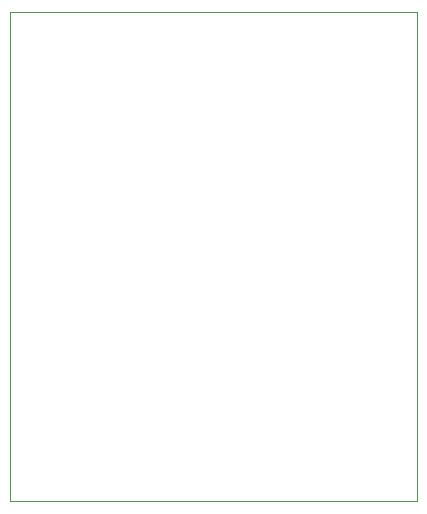
<source format=gbr>
%TF.GenerationSoftware,KiCad,Pcbnew,9.0.5*%
%TF.CreationDate,2025-11-22T01:39:54+01:00*%
%TF.ProjectId,AstableMonostable_NE555,41737461-626c-4654-9d6f-6e6f73746162,rev?*%
%TF.SameCoordinates,PX57a4860PY69925e0*%
%TF.FileFunction,Profile,NP*%
%FSLAX46Y46*%
G04 Gerber Fmt 4.6, Leading zero omitted, Abs format (unit mm)*
G04 Created by KiCad (PCBNEW 9.0.5) date 2025-11-22 01:39:54*
%MOMM*%
%LPD*%
G01*
G04 APERTURE LIST*
%TA.AperFunction,Profile*%
%ADD10C,0.050000*%
%TD*%
G04 APERTURE END LIST*
D10*
X0Y41400000D02*
X34400000Y41400000D01*
X34400000Y0D01*
X0Y0D01*
X0Y41400000D01*
M02*

</source>
